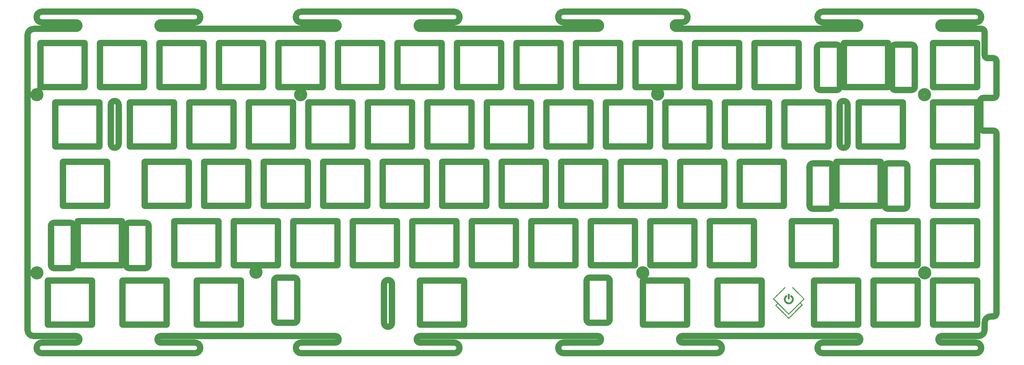
<source format=gbr>
%TF.GenerationSoftware,KiCad,Pcbnew,(5.1.10)-1*%
%TF.CreationDate,2021-06-23T23:02:47+07:00*%
%TF.ProjectId,Voice65 FR4 Plate,566f6963-6536-4352-9046-523420506c61,rev?*%
%TF.SameCoordinates,Original*%
%TF.FileFunction,Soldermask,Top*%
%TF.FilePolarity,Negative*%
%FSLAX46Y46*%
G04 Gerber Fmt 4.6, Leading zero omitted, Abs format (unit mm)*
G04 Created by KiCad (PCBNEW (5.1.10)-1) date 2021-06-23 23:02:47*
%MOMM*%
%LPD*%
G01*
G04 APERTURE LIST*
%ADD10C,2.000000*%
%ADD11C,0.010000*%
G04 APERTURE END LIST*
D10*
X-36680838Y-85433219D02*
X-50820838Y-85433219D01*
X-36680838Y-71293219D02*
X-36680838Y-85433219D01*
X-50820838Y-71293219D02*
X-36680838Y-71293219D01*
X-50820838Y-85433219D02*
X-50820838Y-71293219D01*
X-12868338Y-85433219D02*
X-27008338Y-85433219D01*
X-12868338Y-71293219D02*
X-12868338Y-85433219D01*
X-27008338Y-71293219D02*
X-12868338Y-71293219D01*
X-27008338Y-85433219D02*
X-27008338Y-71293219D01*
X10944161Y-85433219D02*
X-3195838Y-85433219D01*
X10944161Y-71293219D02*
X10944161Y-85433219D01*
X-3195838Y-71293219D02*
X10944161Y-71293219D01*
X-3195838Y-85433219D02*
X-3195838Y-71293219D01*
X82381661Y-85433219D02*
X68241661Y-85433219D01*
X82381661Y-71293219D02*
X82381661Y-85433219D01*
X68241661Y-71293219D02*
X82381661Y-71293219D01*
X68241661Y-85433219D02*
X68241661Y-71293219D01*
X153819161Y-85433219D02*
X139679161Y-85433219D01*
X153819161Y-71293219D02*
X153819161Y-85433219D01*
X139679161Y-71293219D02*
X153819161Y-71293219D01*
X139679161Y-85433219D02*
X139679161Y-71293219D01*
X163491661Y-85433219D02*
X163491661Y-71293219D01*
X177631661Y-85433219D02*
X163491661Y-85433219D01*
X177631661Y-71293219D02*
X177631661Y-85433219D01*
X163491661Y-71293219D02*
X177631661Y-71293219D01*
X194447911Y-71293219D02*
X208587911Y-71293219D01*
X194447911Y-85433219D02*
X194447911Y-71293219D01*
X208587911Y-85433219D02*
X194447911Y-85433219D01*
X208587911Y-71293219D02*
X208587911Y-85433219D01*
X213497911Y-85433219D02*
X213497911Y-71293219D01*
X227637911Y-85433219D02*
X213497911Y-85433219D01*
X227637911Y-71293219D02*
X227637911Y-85433219D01*
X213497911Y-71293219D02*
X227637911Y-71293219D01*
X232547911Y-85433219D02*
X232547911Y-71293219D01*
X246687911Y-85433219D02*
X232547911Y-85433219D01*
X246687911Y-71293219D02*
X246687911Y-85433219D01*
X232547911Y-71293219D02*
X246687911Y-71293219D01*
X213497911Y-52243219D02*
X227637911Y-52243219D01*
X213497911Y-66383219D02*
X213497911Y-52243219D01*
X227637911Y-66383219D02*
X213497911Y-66383219D01*
X227637911Y-52243219D02*
X227637911Y-66383219D01*
X232547911Y-66383219D02*
X232547911Y-52243219D01*
X246687911Y-66383219D02*
X232547911Y-66383219D01*
X246687911Y-52243219D02*
X246687911Y-66383219D01*
X232547911Y-52243219D02*
X246687911Y-52243219D01*
X142060411Y-66383219D02*
X142060411Y-52243219D01*
X156200411Y-66383219D02*
X142060411Y-66383219D01*
X156200411Y-52243219D02*
X156200411Y-66383219D01*
X142060411Y-52243219D02*
X156200411Y-52243219D01*
X161110411Y-66383219D02*
X161110411Y-52243219D01*
X175250411Y-66383219D02*
X161110411Y-66383219D01*
X175250411Y-52243219D02*
X175250411Y-66383219D01*
X161110411Y-52243219D02*
X175250411Y-52243219D01*
X65860411Y-66383219D02*
X65860411Y-52243219D01*
X80000411Y-66383219D02*
X65860411Y-66383219D01*
X80000411Y-52243219D02*
X80000411Y-66383219D01*
X65860411Y-52243219D02*
X80000411Y-52243219D01*
X84910411Y-66383219D02*
X84910411Y-52243219D01*
X99050411Y-66383219D02*
X84910411Y-66383219D01*
X99050411Y-52243219D02*
X99050411Y-66383219D01*
X84910411Y-52243219D02*
X99050411Y-52243219D01*
X103960411Y-66383219D02*
X103960411Y-52243219D01*
X118100411Y-66383219D02*
X103960411Y-66383219D01*
X118100411Y-52243219D02*
X118100411Y-66383219D01*
X103960411Y-52243219D02*
X118100411Y-52243219D01*
X123010411Y-66383219D02*
X123010411Y-52243219D01*
X137150411Y-66383219D02*
X123010411Y-66383219D01*
X137150411Y-52243219D02*
X137150411Y-66383219D01*
X123010411Y-52243219D02*
X137150411Y-52243219D01*
X46810411Y-52243219D02*
X60950411Y-52243219D01*
X46810411Y-66383219D02*
X46810411Y-52243219D01*
X60950411Y-66383219D02*
X46810411Y-66383219D01*
X60950411Y-52243219D02*
X60950411Y-66383219D01*
X27760411Y-66383219D02*
X27760411Y-52243219D01*
X41900411Y-66383219D02*
X27760411Y-66383219D01*
X41900411Y-52243219D02*
X41900411Y-66383219D01*
X27760411Y-52243219D02*
X41900411Y-52243219D01*
X22850411Y-66383219D02*
X8710411Y-66383219D01*
X22850411Y-52243219D02*
X22850411Y-66383219D01*
X8710411Y-52243219D02*
X22850411Y-52243219D01*
X8710411Y-66383219D02*
X8710411Y-52243219D01*
X187304161Y-66383219D02*
X187304161Y-52243219D01*
X201444161Y-66383219D02*
X187304161Y-66383219D01*
X201444161Y-52243219D02*
X201444161Y-66383219D01*
X187304161Y-52243219D02*
X201444161Y-52243219D01*
X3800411Y-52243219D02*
X3800411Y-66383219D01*
X-10339588Y-52243219D02*
X3800411Y-52243219D01*
X-10339588Y-66383219D02*
X-10339588Y-52243219D01*
X3800411Y-66383219D02*
X-10339588Y-66383219D01*
X-27155838Y-52243219D02*
X-27155838Y-66383219D01*
X-41295838Y-52243219D02*
X-27155838Y-52243219D01*
X-41295838Y-66383219D02*
X-41295838Y-52243219D01*
X-27155838Y-66383219D02*
X-41295838Y-66383219D01*
X215731661Y-33193219D02*
X215731661Y-47333219D01*
X201591661Y-33193219D02*
X215731661Y-33193219D01*
X201591661Y-47333219D02*
X201591661Y-33193219D01*
X215731661Y-47333219D02*
X201591661Y-47333219D01*
X232547911Y-47333219D02*
X232547911Y-33193219D01*
X246687911Y-47333219D02*
X232547911Y-47333219D01*
X246687911Y-33193219D02*
X246687911Y-47333219D01*
X232547911Y-33193219D02*
X246687911Y-33193219D01*
X146675411Y-33193219D02*
X146675411Y-47333219D01*
X132535411Y-33193219D02*
X146675411Y-33193219D01*
X132535411Y-47333219D02*
X132535411Y-33193219D01*
X146675411Y-47333219D02*
X132535411Y-47333219D01*
X165725411Y-33193219D02*
X165725411Y-47333219D01*
X151585411Y-33193219D02*
X165725411Y-33193219D01*
X151585411Y-47333219D02*
X151585411Y-33193219D01*
X165725411Y-47333219D02*
X151585411Y-47333219D01*
X184775411Y-33193219D02*
X184775411Y-47333219D01*
X170635411Y-33193219D02*
X184775411Y-33193219D01*
X170635411Y-47333219D02*
X170635411Y-33193219D01*
X184775411Y-47333219D02*
X170635411Y-47333219D01*
X70475411Y-33193219D02*
X70475411Y-47333219D01*
X56335411Y-33193219D02*
X70475411Y-33193219D01*
X56335411Y-47333219D02*
X56335411Y-33193219D01*
X70475411Y-47333219D02*
X56335411Y-47333219D01*
X89525411Y-33193219D02*
X89525411Y-47333219D01*
X75385411Y-33193219D02*
X89525411Y-33193219D01*
X75385411Y-47333219D02*
X75385411Y-33193219D01*
X89525411Y-47333219D02*
X75385411Y-47333219D01*
X108575411Y-33193219D02*
X108575411Y-47333219D01*
X94435411Y-33193219D02*
X108575411Y-33193219D01*
X94435411Y-47333219D02*
X94435411Y-33193219D01*
X108575411Y-47333219D02*
X94435411Y-47333219D01*
X127625411Y-33193219D02*
X127625411Y-47333219D01*
X113485411Y-33193219D02*
X127625411Y-33193219D01*
X113485411Y-47333219D02*
X113485411Y-33193219D01*
X127625411Y-47333219D02*
X113485411Y-47333219D01*
X37285411Y-47333219D02*
X37285411Y-33193219D01*
X51425411Y-47333219D02*
X37285411Y-47333219D01*
X51425411Y-33193219D02*
X51425411Y-47333219D01*
X37285411Y-33193219D02*
X51425411Y-33193219D01*
X18235411Y-47333219D02*
X18235411Y-33193219D01*
X32375411Y-47333219D02*
X18235411Y-47333219D01*
X32375411Y-33193219D02*
X32375411Y-47333219D01*
X18235411Y-33193219D02*
X32375411Y-33193219D01*
X13325411Y-33193219D02*
X13325411Y-47333219D01*
X-814588Y-33193219D02*
X13325411Y-33193219D01*
X-814588Y-47333219D02*
X-814588Y-33193219D01*
X13325411Y-47333219D02*
X-814588Y-47333219D01*
X-5724588Y-33193219D02*
X-5724588Y-47333219D01*
X-19864588Y-33193219D02*
X-5724588Y-33193219D01*
X-19864588Y-47333219D02*
X-19864588Y-33193219D01*
X-5724588Y-47333219D02*
X-19864588Y-47333219D01*
X-31918338Y-33193219D02*
X-31918338Y-47333219D01*
X-46058338Y-33193219D02*
X-31918338Y-33193219D01*
X-46058338Y-47333219D02*
X-46058338Y-33193219D01*
X-31918338Y-47333219D02*
X-46058338Y-47333219D01*
X232547911Y-28283219D02*
X232547911Y-14143219D01*
X246687911Y-28283219D02*
X232547911Y-28283219D01*
X246687911Y-14143219D02*
X246687911Y-28283219D01*
X232547911Y-14143219D02*
X246687911Y-14143219D01*
X208735411Y-28283219D02*
X208735411Y-14143219D01*
X222875411Y-28283219D02*
X208735411Y-28283219D01*
X222875411Y-14143219D02*
X222875411Y-28283219D01*
X208735411Y-14143219D02*
X222875411Y-14143219D01*
X184922911Y-28283219D02*
X184922911Y-14143219D01*
X199062911Y-28283219D02*
X184922911Y-28283219D01*
X199062911Y-14143219D02*
X199062911Y-28283219D01*
X184922911Y-14143219D02*
X199062911Y-14143219D01*
X165872911Y-28283219D02*
X165872911Y-14143219D01*
X180012911Y-28283219D02*
X165872911Y-28283219D01*
X180012911Y-14143219D02*
X180012911Y-28283219D01*
X165872911Y-14143219D02*
X180012911Y-14143219D01*
X146822911Y-28283219D02*
X146822911Y-14143219D01*
X160962911Y-28283219D02*
X146822911Y-28283219D01*
X160962911Y-14143219D02*
X160962911Y-28283219D01*
X146822911Y-14143219D02*
X160962911Y-14143219D01*
X127772911Y-28283219D02*
X127772911Y-14143219D01*
X141912911Y-28283219D02*
X127772911Y-28283219D01*
X141912911Y-14143219D02*
X141912911Y-28283219D01*
X127772911Y-14143219D02*
X141912911Y-14143219D01*
X108722911Y-28283219D02*
X108722911Y-14143219D01*
X122862911Y-28283219D02*
X108722911Y-28283219D01*
X122862911Y-14143219D02*
X122862911Y-28283219D01*
X108722911Y-14143219D02*
X122862911Y-14143219D01*
X89672911Y-28283219D02*
X89672911Y-14143219D01*
X103812911Y-28283219D02*
X89672911Y-28283219D01*
X103812911Y-14143219D02*
X103812911Y-28283219D01*
X89672911Y-14143219D02*
X103812911Y-14143219D01*
X70622911Y-28283219D02*
X70622911Y-14143219D01*
X84762911Y-28283219D02*
X70622911Y-28283219D01*
X84762911Y-14143219D02*
X84762911Y-28283219D01*
X70622911Y-14143219D02*
X84762911Y-14143219D01*
X51572911Y-28283219D02*
X51572911Y-14143219D01*
X65712911Y-28283219D02*
X51572911Y-28283219D01*
X65712911Y-14143219D02*
X65712911Y-28283219D01*
X51572911Y-14143219D02*
X65712911Y-14143219D01*
X32522911Y-28283219D02*
X32522911Y-14143219D01*
X46662911Y-28283219D02*
X32522911Y-28283219D01*
X46662911Y-14143219D02*
X46662911Y-28283219D01*
X32522911Y-14143219D02*
X46662911Y-14143219D01*
X13472911Y-28283219D02*
X13472911Y-14143219D01*
X27612911Y-28283219D02*
X13472911Y-28283219D01*
X27612911Y-14143219D02*
X27612911Y-28283219D01*
X13472911Y-14143219D02*
X27612911Y-14143219D01*
X-5577088Y-28283219D02*
X-5577088Y-14143219D01*
X8562911Y-28283219D02*
X-5577088Y-28283219D01*
X8562911Y-14143219D02*
X8562911Y-28283219D01*
X-5577088Y-14143219D02*
X8562911Y-14143219D01*
X-24627088Y-28283219D02*
X-24627088Y-14143219D01*
X-10487088Y-28283219D02*
X-24627088Y-28283219D01*
X-10487088Y-14143219D02*
X-10487088Y-28283219D01*
X-24627088Y-14143219D02*
X-10487088Y-14143219D01*
X-34299588Y-14143219D02*
X-34299588Y-28283219D01*
X-48439588Y-14143219D02*
X-34299588Y-14143219D01*
X-48439588Y-28283219D02*
X-48439588Y-14143219D01*
X-34299588Y-28283219D02*
X-48439588Y-28283219D01*
X246687911Y-9233219D02*
X232547911Y-9233219D01*
X246687911Y4906780D02*
X246687911Y-9233219D01*
X232547911Y4906780D02*
X246687911Y4906780D01*
X232547911Y-9233219D02*
X232547911Y4906780D01*
X189537911Y-9233219D02*
X175397911Y-9233219D01*
X189537911Y4906780D02*
X189537911Y-9233219D01*
X175397911Y4906780D02*
X189537911Y4906780D01*
X175397911Y-9233219D02*
X175397911Y4906780D01*
X218112911Y4906780D02*
X218112911Y-9233219D01*
X203972911Y4906780D02*
X218112911Y4906780D01*
X203972911Y-9233219D02*
X203972911Y4906780D01*
X218112911Y-9233219D02*
X203972911Y-9233219D01*
X156347911Y-9233219D02*
X156347911Y4906780D01*
X170487911Y-9233219D02*
X156347911Y-9233219D01*
X170487911Y4906780D02*
X170487911Y-9233219D01*
X156347911Y4906780D02*
X170487911Y4906780D01*
X137297911Y-9233219D02*
X137297911Y4906780D01*
X151437911Y-9233219D02*
X137297911Y-9233219D01*
X151437911Y4906780D02*
X151437911Y-9233219D01*
X137297911Y4906780D02*
X151437911Y4906780D01*
X118247911Y-9233219D02*
X118247911Y4906780D01*
X132387911Y-9233219D02*
X118247911Y-9233219D01*
X132387911Y4906780D02*
X132387911Y-9233219D01*
X118247911Y4906780D02*
X132387911Y4906780D01*
X99197911Y-9233219D02*
X99197911Y4906780D01*
X113337911Y-9233219D02*
X99197911Y-9233219D01*
X113337911Y4906780D02*
X113337911Y-9233219D01*
X99197911Y4906780D02*
X113337911Y4906780D01*
X80147911Y-9233219D02*
X80147911Y4906780D01*
X94287911Y-9233219D02*
X80147911Y-9233219D01*
X94287911Y4906780D02*
X94287911Y-9233219D01*
X80147911Y4906780D02*
X94287911Y4906780D01*
X61097911Y-9233219D02*
X61097911Y4906780D01*
X75237911Y-9233219D02*
X61097911Y-9233219D01*
X75237911Y4906780D02*
X75237911Y-9233219D01*
X61097911Y4906780D02*
X75237911Y4906780D01*
X42047911Y-9233219D02*
X42047911Y4906780D01*
X56187911Y-9233219D02*
X42047911Y-9233219D01*
X56187911Y4906780D02*
X56187911Y-9233219D01*
X42047911Y4906780D02*
X56187911Y4906780D01*
X22997911Y-9233219D02*
X22997911Y4906780D01*
X37137911Y-9233219D02*
X22997911Y-9233219D01*
X37137911Y4906780D02*
X37137911Y-9233219D01*
X22997911Y4906780D02*
X37137911Y4906780D01*
X3947911Y-9233219D02*
X3947911Y4906780D01*
X18087911Y-9233219D02*
X3947911Y-9233219D01*
X18087911Y4906780D02*
X18087911Y-9233219D01*
X3947911Y4906780D02*
X18087911Y4906780D01*
X-15102088Y-9233219D02*
X-15102088Y4906780D01*
X-962088Y-9233219D02*
X-15102088Y-9233219D01*
X-962088Y4906780D02*
X-962088Y-9233219D01*
X-15102088Y4906780D02*
X-962088Y4906780D01*
X-34152088Y-9233219D02*
X-34152088Y4906780D01*
X-20012088Y-9233219D02*
X-34152088Y-9233219D01*
X-20012088Y4906780D02*
X-20012088Y-9233219D01*
X-34152088Y4906780D02*
X-20012088Y4906780D01*
X-39062088Y-9233219D02*
X-53202088Y-9233219D01*
X-39062088Y4906780D02*
X-39062088Y-9233219D01*
X-53202088Y4906780D02*
X-39062088Y4906780D01*
X-53202088Y-9233219D02*
X-53202088Y4906780D01*
X114240911Y14916780D02*
X152240911Y14916780D01*
X152240911Y14916780D02*
G75*
G02*
X152240911Y11516910I0J-1699935D01*
G01*
X150240911Y9416910D02*
G75*
G02*
X150240911Y11516910I51250J1050000D01*
G01*
X152240911Y11516910D02*
X150240911Y11516910D01*
X208240911Y-89122339D02*
G75*
G02*
X208240911Y-91222339I-51250J-1050000D01*
G01*
X246242374Y-91222846D02*
G75*
G02*
X246242372Y-94622712I2537J-1699933D01*
G01*
X249054911Y-84823219D02*
G75*
G02*
X251054911Y-82823219I2000000J0D01*
G01*
X230955411Y-68853219D02*
G75*
G03*
X230955411Y-68853219I-1100000J0D01*
G01*
X249054911Y-87123219D02*
G75*
G02*
X247054911Y-89123219I-2000000J0D01*
G01*
X114243449Y-91222339D02*
X125240911Y-91222339D01*
X125240911Y11516910D02*
G75*
G02*
X125240911Y9416910I-51250J-1050000D01*
G01*
X114240911Y11516910D02*
G75*
G02*
X114240911Y14916780I0J1699935D01*
G01*
X152240911Y-91222339D02*
X163238372Y-91222339D01*
X114240911Y-94623219D02*
X163240911Y-94623219D01*
X145472911Y-11483219D02*
G75*
G03*
X145472911Y-11483219I-1100000J0D01*
G01*
X125240911Y11516910D02*
X114240911Y11516910D01*
X152240911Y-91222339D02*
G75*
G02*
X152240911Y-89122339I51250J1050000D01*
G01*
X163238374Y-91222846D02*
G75*
G02*
X163238372Y-94622712I2537J-1699933D01*
G01*
X125240911Y-89122339D02*
G75*
G02*
X125240911Y-91222339I-51250J-1050000D01*
G01*
X-52759088Y-94623219D02*
X-3759088Y-94623219D01*
X114243449Y-94622712D02*
G75*
G02*
X114243449Y-91222846I-2538J1699933D01*
G01*
X-52756550Y-91222339D02*
X-41759088Y-91222339D01*
X-53264588Y-68853219D02*
G75*
G03*
X-53264588Y-68853219I-1100000J0D01*
G01*
X-52756550Y-94622712D02*
G75*
G02*
X-52756550Y-91222846I-2538J1699933D01*
G01*
X-14759088Y-89122339D02*
X41240911Y-89122339D01*
X-57369088Y7416910D02*
X-57369088Y-87122339D01*
X-55369088Y-89122339D02*
G75*
G02*
X-57369088Y-87122339I0J2000000D01*
G01*
X-55369088Y-89122339D02*
X-41759088Y-89122339D01*
X-43575838Y-52813219D02*
G75*
G02*
X-42575838Y-53813219I0J-1000000D01*
G01*
X-48875838Y-52813219D02*
X-43575838Y-52813219D01*
X-49875838Y-53813219D02*
G75*
G02*
X-48875838Y-52813219I1000000J0D01*
G01*
X-49875838Y-66313219D02*
X-49875838Y-53813219D01*
X-48875838Y-67313219D02*
G75*
G02*
X-49875838Y-66313219I0J1000000D01*
G01*
X-43575838Y-67313219D02*
X-48875838Y-67313219D01*
X-42575838Y-66313219D02*
G75*
G02*
X-43575838Y-67313219I-1000000J0D01*
G01*
X-42575838Y-53813219D02*
X-42575838Y-66313219D01*
X-24875838Y-67313219D02*
G75*
G02*
X-25875838Y-66313219I0J1000000D01*
G01*
X-19575838Y-67313219D02*
X-24875838Y-67313219D01*
X-18575838Y-66313219D02*
G75*
G02*
X-19575838Y-67313219I-1000000J0D01*
G01*
X-18575838Y-53813219D02*
X-18575838Y-66313219D01*
X-19575838Y-52813219D02*
G75*
G02*
X-18575838Y-53813219I0J-1000000D01*
G01*
X-24875838Y-52813219D02*
X-19575838Y-52813219D01*
X-25875838Y-53813219D02*
G75*
G02*
X-24875838Y-52813219I1000000J0D01*
G01*
X-25875838Y-66313219D02*
X-25875838Y-53813219D01*
X140705411Y-68833219D02*
G75*
G03*
X140705411Y-68833219I-1100000J0D01*
G01*
X-41759088Y-89122339D02*
G75*
G02*
X-41759088Y-91222339I-51250J-1050000D01*
G01*
X41240911Y9416910D02*
X-14759088Y9416910D01*
X129011661Y-71363219D02*
X129011661Y-83863219D01*
X128011661Y-70363219D02*
G75*
G02*
X129011661Y-71363219I0J-1000000D01*
G01*
X122611661Y-70363219D02*
X128011661Y-70363219D01*
X121611661Y-71363219D02*
G75*
G02*
X122611661Y-70363219I1000000J0D01*
G01*
X121611661Y-83863219D02*
X121611661Y-71363219D01*
X122611661Y-84863219D02*
G75*
G02*
X121611661Y-83863219I0J1000000D01*
G01*
X128011661Y-84863219D02*
X122611661Y-84863219D01*
X129011661Y-83863219D02*
G75*
G02*
X128011661Y-84863219I-1000000J0D01*
G01*
X30240911Y11516910D02*
G75*
G02*
X30240911Y14916780I0J1699935D01*
G01*
X30240911Y-94623219D02*
X79240911Y-94623219D01*
X68240911Y-91222339D02*
X79240380Y-91222339D01*
X79240381Y-91222844D02*
G75*
G02*
X79239375Y-94622713I530J-1699935D01*
G01*
X30243449Y-91222339D02*
X41240911Y-91222339D01*
X68240911Y-91222339D02*
G75*
G02*
X68240911Y-89122339I51250J1050000D01*
G01*
X68240911Y-89122339D02*
X125240911Y-89122339D01*
X31172911Y-11683219D02*
G75*
G03*
X31172911Y-11683219I-1100000J0D01*
G01*
X41240911Y11516910D02*
G75*
G02*
X41240911Y9416910I-51250J-1050000D01*
G01*
X59323911Y-72413254D02*
X59323911Y-84863254D01*
X56773911Y-72413254D02*
G75*
G02*
X59323911Y-72413254I1275000J0D01*
G01*
X56773911Y-84863254D02*
X56773911Y-72413254D01*
X59323911Y-84863254D02*
G75*
G02*
X56773911Y-84863254I-1275000J0D01*
G01*
X30243449Y-94622712D02*
G75*
G02*
X30243449Y-91222846I-2538J1699933D01*
G01*
X41240911Y-89122339D02*
G75*
G02*
X41240911Y-91222339I-51250J-1050000D01*
G01*
X125240911Y9416910D02*
X68240911Y9416910D01*
X-3759088Y11516910D02*
X-14759088Y11516910D01*
X-14759088Y9416910D02*
G75*
G02*
X-14759088Y11516910I51250J1050000D01*
G01*
X-3759088Y14916780D02*
G75*
G02*
X-3759088Y11516910I0J-1699935D01*
G01*
X30240911Y14916780D02*
X79240911Y14916780D01*
X41240911Y11516910D02*
X30240911Y11516910D01*
X79240911Y14916780D02*
G75*
G02*
X79240911Y11516910I0J-1699935D01*
G01*
X68240911Y9416910D02*
G75*
G02*
X68240911Y11516910I51250J1050000D01*
G01*
X79240911Y11516910D02*
X68240911Y11516910D01*
X-3761625Y-91222846D02*
G75*
G02*
X-3761627Y-94622712I2537J-1699933D01*
G01*
X-14759088Y-91222339D02*
X-3761627Y-91222339D01*
X16875411Y-68633219D02*
G75*
G03*
X16875411Y-68633219I-1100000J0D01*
G01*
X-52759088Y14916780D02*
X-3759088Y14916780D01*
X-41759088Y9416910D02*
X-55369088Y9416910D01*
X29011661Y-83863219D02*
G75*
G02*
X28011661Y-84863219I-1000000J0D01*
G01*
X29011661Y-71363219D02*
X29011661Y-83863219D01*
X28011661Y-70363219D02*
G75*
G02*
X29011661Y-71363219I0J-1000000D01*
G01*
X22611661Y-70363219D02*
X28011661Y-70363219D01*
X21611661Y-71363219D02*
G75*
G02*
X22611661Y-70363219I1000000J0D01*
G01*
X21611661Y-83863219D02*
X21611661Y-71363219D01*
X22611661Y-84863219D02*
G75*
G02*
X21611661Y-83863219I0J1000000D01*
G01*
X28011661Y-84863219D02*
X22611661Y-84863219D01*
X-14759088Y-91222339D02*
G75*
G02*
X-14759088Y-89122339I51250J1050000D01*
G01*
X-41759088Y11516910D02*
X-52759088Y11516910D01*
X-53267088Y-11683219D02*
G75*
G03*
X-53267088Y-11683219I-1100000J0D01*
G01*
X-41759088Y11516910D02*
G75*
G02*
X-41759088Y9416910I-51250J-1050000D01*
G01*
X-57369088Y7416910D02*
G75*
G02*
X-55369088Y9416910I2000000J0D01*
G01*
X-52759088Y11516910D02*
G75*
G02*
X-52759088Y14916780I0J1699935D01*
G01*
X-30739588Y-14993219D02*
G75*
G02*
X-28189588Y-14993219I1275000J0D01*
G01*
X-30739588Y-27443219D02*
X-30739588Y-14993219D01*
X-28189588Y-27443219D02*
G75*
G02*
X-30739588Y-27443219I-1275000J0D01*
G01*
X-28189588Y-14993219D02*
X-28189588Y-27443219D01*
X252854911Y-11713219D02*
X252854911Y-983219D01*
X235244911Y9416910D02*
G75*
G02*
X235244911Y11516910I51250J1050000D01*
G01*
X252854911Y-11713219D02*
G75*
G02*
X251854911Y-12713219I-1000000J0D01*
G01*
X247654911Y-13713219D02*
X247654911Y-22213219D01*
X251854911Y16780D02*
X250054911Y16780D01*
X251854911Y16781D02*
G75*
G02*
X252854911Y-983219I0J-1000000D01*
G01*
X248654911Y-23213219D02*
G75*
G02*
X247654911Y-22213219I0J1000000D01*
G01*
X248054911Y9416910D02*
G75*
G02*
X249054911Y8416910I0J-1000000D01*
G01*
X251854911Y-12713219D02*
X248654911Y-12713219D01*
X246244911Y11516910D02*
X235244911Y11516910D01*
X247654911Y-13713219D02*
G75*
G02*
X248654911Y-12713219I1000000J0D01*
G01*
X193011661Y-34763219D02*
G75*
G02*
X194011661Y-33763219I1000000J0D01*
G01*
X193011661Y-47263219D02*
X193011661Y-34763219D01*
X194011661Y-48263219D02*
G75*
G02*
X193011661Y-47263219I0J1000000D01*
G01*
X199311661Y-48263219D02*
X194011661Y-48263219D01*
X200311661Y-47263219D02*
G75*
G02*
X199311661Y-48263219I-1000000J0D01*
G01*
X200311661Y-34763219D02*
X200311661Y-47263219D01*
X199311661Y-33763219D02*
G75*
G02*
X200311661Y-34763219I0J-1000000D01*
G01*
X194011661Y-33763219D02*
X199311661Y-33763219D01*
X230902911Y-11683219D02*
G75*
G03*
X230902911Y-11683219I-1100000J0D01*
G01*
X250054911Y16780D02*
G75*
G02*
X249054911Y1016780I0J1000000D01*
G01*
X251854911Y-23213219D02*
G75*
G02*
X252854911Y-24213219I0J-1000000D01*
G01*
X208240911Y11516910D02*
X197240911Y11516910D01*
X246244911Y14916780D02*
G75*
G02*
X246244911Y11516910I0J-1699935D01*
G01*
X217011661Y-34763219D02*
G75*
G02*
X218011661Y-33763219I1000000J0D01*
G01*
X217011661Y-47263219D02*
X217011661Y-34763219D01*
X218011661Y-48263219D02*
G75*
G02*
X217011661Y-47263219I0J1000000D01*
G01*
X223311661Y-48263219D02*
X218011661Y-48263219D01*
X224311661Y-47263219D02*
G75*
G02*
X223311661Y-48263219I-1000000J0D01*
G01*
X224311661Y-34763219D02*
X224311661Y-47263219D01*
X223311661Y-33763219D02*
G75*
G02*
X224311661Y-34763219I0J-1000000D01*
G01*
X218011661Y-33763219D02*
X223311661Y-33763219D01*
X197243449Y-94622712D02*
G75*
G02*
X197243449Y-91222846I-2538J1699933D01*
G01*
X208240911Y11516910D02*
G75*
G02*
X208240911Y9416910I-51250J-1050000D01*
G01*
X251054911Y-82823219D02*
X251854911Y-82823219D01*
X235244911Y-91222339D02*
G75*
G02*
X235244911Y-89122339I51250J1050000D01*
G01*
X197240911Y11516910D02*
G75*
G02*
X197240911Y14916780I0J1699935D01*
G01*
X202624161Y-27443219D02*
X202624161Y-14993219D01*
X205174161Y-27443219D02*
G75*
G02*
X202624161Y-27443219I-1275000J0D01*
G01*
X205174161Y-14993219D02*
X205174161Y-27443219D01*
X202624161Y-14993219D02*
G75*
G02*
X205174161Y-14993219I1275000J0D01*
G01*
X197240911Y-94623219D02*
X246244911Y-94623219D01*
X249054911Y-87123219D02*
X249054911Y-84823219D01*
X252854911Y-81823219D02*
G75*
G02*
X251854911Y-82823219I-1000000J0D01*
G01*
X201692911Y4336780D02*
G75*
G02*
X202692911Y3336780I0J-1000000D01*
G01*
X196392911Y4336780D02*
X201692911Y4336780D01*
X195392911Y3336780D02*
G75*
G02*
X196392911Y4336780I1000000J0D01*
G01*
X195392911Y-9163219D02*
X195392911Y3336780D01*
X196392911Y-10163219D02*
G75*
G02*
X195392911Y-9163219I0J1000000D01*
G01*
X201692911Y-10163219D02*
X196392911Y-10163219D01*
X202692911Y-9163219D02*
G75*
G02*
X201692911Y-10163219I-1000000J0D01*
G01*
X202692911Y3336780D02*
X202692911Y-9163219D01*
X235244911Y-91222339D02*
X246242372Y-91222339D01*
X197243449Y-91222339D02*
X208240911Y-91222339D01*
X235244911Y-89122339D02*
X247054911Y-89123219D01*
X208240911Y9416910D02*
X150240911Y9416910D01*
X152240911Y-89122339D02*
X208240911Y-89122339D01*
X251854911Y-23213219D02*
X248654911Y-23213219D01*
X197240911Y14916780D02*
X246244911Y14916780D01*
X249054911Y8416910D02*
X249054911Y1016780D01*
X252854911Y-81823219D02*
X252854911Y-24213219D01*
X248054911Y9416910D02*
X235244911Y9416910D01*
X226692911Y-9163219D02*
G75*
G02*
X225692911Y-10163219I-1000000J0D01*
G01*
X226692911Y3336780D02*
X226692911Y-9163219D01*
X225692911Y4336780D02*
G75*
G02*
X226692911Y3336780I0J-1000000D01*
G01*
X220392911Y4336780D02*
X225692911Y4336780D01*
X219392911Y3336780D02*
G75*
G02*
X220392911Y4336780I1000000J0D01*
G01*
X219392911Y-9163219D02*
X219392911Y3336780D01*
X220392911Y-10163219D02*
G75*
G02*
X219392911Y-9163219I0J1000000D01*
G01*
X225692911Y-10163219D02*
X220392911Y-10163219D01*
D11*
%TO.C,G\u002A\u002A\u002A*%
G36*
X186357713Y-75525044D02*
G01*
X186399620Y-75536503D01*
X186410880Y-75541063D01*
X186454014Y-75565683D01*
X186492513Y-75598566D01*
X186524400Y-75637539D01*
X186547699Y-75680427D01*
X186554377Y-75698855D01*
X186556108Y-75704691D01*
X186557656Y-75710799D01*
X186559030Y-75717818D01*
X186560241Y-75726386D01*
X186561299Y-75737143D01*
X186562213Y-75750727D01*
X186562995Y-75767778D01*
X186563654Y-75788934D01*
X186564201Y-75814835D01*
X186564645Y-75846120D01*
X186564996Y-75883427D01*
X186565265Y-75927395D01*
X186565463Y-75978664D01*
X186565598Y-76037873D01*
X186565682Y-76105660D01*
X186565723Y-76182664D01*
X186565734Y-76269526D01*
X186565723Y-76366882D01*
X186565714Y-76413220D01*
X186565643Y-76521969D01*
X186565479Y-76622665D01*
X186565224Y-76714980D01*
X186564881Y-76798591D01*
X186564453Y-76873172D01*
X186563943Y-76938399D01*
X186563352Y-76993946D01*
X186562684Y-77039490D01*
X186561942Y-77074704D01*
X186561127Y-77099265D01*
X186560244Y-77112846D01*
X186559924Y-77114922D01*
X186546252Y-77155703D01*
X186524071Y-77193966D01*
X186495967Y-77227995D01*
X186464740Y-77258059D01*
X186434268Y-77279720D01*
X186401129Y-77295202D01*
X186383593Y-77300996D01*
X186350788Y-77307462D01*
X186313008Y-77309847D01*
X186274894Y-77308201D01*
X186241092Y-77302570D01*
X186230312Y-77299386D01*
X186183160Y-77277253D01*
X186141526Y-77246075D01*
X186106686Y-77207401D01*
X186079921Y-77162783D01*
X186062510Y-77113772D01*
X186058028Y-77090427D01*
X186057139Y-77078332D01*
X186056325Y-77055744D01*
X186055586Y-77023577D01*
X186054922Y-76982746D01*
X186054333Y-76934165D01*
X186053819Y-76878748D01*
X186053379Y-76817410D01*
X186053014Y-76751065D01*
X186052723Y-76680628D01*
X186052507Y-76607012D01*
X186052365Y-76531132D01*
X186052298Y-76453902D01*
X186052305Y-76376237D01*
X186052386Y-76299052D01*
X186052541Y-76223259D01*
X186052770Y-76149775D01*
X186053074Y-76079512D01*
X186053451Y-76013386D01*
X186053903Y-75952311D01*
X186054428Y-75897201D01*
X186055027Y-75848970D01*
X186055700Y-75808533D01*
X186056446Y-75776804D01*
X186057266Y-75754698D01*
X186058123Y-75743371D01*
X186071068Y-75691896D01*
X186093781Y-75644931D01*
X186125111Y-75603654D01*
X186163905Y-75569247D01*
X186209011Y-75542889D01*
X186259279Y-75525760D01*
X186273257Y-75522928D01*
X186313926Y-75520300D01*
X186357713Y-75525044D01*
G37*
X186357713Y-75525044D02*
X186399620Y-75536503D01*
X186410880Y-75541063D01*
X186454014Y-75565683D01*
X186492513Y-75598566D01*
X186524400Y-75637539D01*
X186547699Y-75680427D01*
X186554377Y-75698855D01*
X186556108Y-75704691D01*
X186557656Y-75710799D01*
X186559030Y-75717818D01*
X186560241Y-75726386D01*
X186561299Y-75737143D01*
X186562213Y-75750727D01*
X186562995Y-75767778D01*
X186563654Y-75788934D01*
X186564201Y-75814835D01*
X186564645Y-75846120D01*
X186564996Y-75883427D01*
X186565265Y-75927395D01*
X186565463Y-75978664D01*
X186565598Y-76037873D01*
X186565682Y-76105660D01*
X186565723Y-76182664D01*
X186565734Y-76269526D01*
X186565723Y-76366882D01*
X186565714Y-76413220D01*
X186565643Y-76521969D01*
X186565479Y-76622665D01*
X186565224Y-76714980D01*
X186564881Y-76798591D01*
X186564453Y-76873172D01*
X186563943Y-76938399D01*
X186563352Y-76993946D01*
X186562684Y-77039490D01*
X186561942Y-77074704D01*
X186561127Y-77099265D01*
X186560244Y-77112846D01*
X186559924Y-77114922D01*
X186546252Y-77155703D01*
X186524071Y-77193966D01*
X186495967Y-77227995D01*
X186464740Y-77258059D01*
X186434268Y-77279720D01*
X186401129Y-77295202D01*
X186383593Y-77300996D01*
X186350788Y-77307462D01*
X186313008Y-77309847D01*
X186274894Y-77308201D01*
X186241092Y-77302570D01*
X186230312Y-77299386D01*
X186183160Y-77277253D01*
X186141526Y-77246075D01*
X186106686Y-77207401D01*
X186079921Y-77162783D01*
X186062510Y-77113772D01*
X186058028Y-77090427D01*
X186057139Y-77078332D01*
X186056325Y-77055744D01*
X186055586Y-77023577D01*
X186054922Y-76982746D01*
X186054333Y-76934165D01*
X186053819Y-76878748D01*
X186053379Y-76817410D01*
X186053014Y-76751065D01*
X186052723Y-76680628D01*
X186052507Y-76607012D01*
X186052365Y-76531132D01*
X186052298Y-76453902D01*
X186052305Y-76376237D01*
X186052386Y-76299052D01*
X186052541Y-76223259D01*
X186052770Y-76149775D01*
X186053074Y-76079512D01*
X186053451Y-76013386D01*
X186053903Y-75952311D01*
X186054428Y-75897201D01*
X186055027Y-75848970D01*
X186055700Y-75808533D01*
X186056446Y-75776804D01*
X186057266Y-75754698D01*
X186058123Y-75743371D01*
X186071068Y-75691896D01*
X186093781Y-75644931D01*
X186125111Y-75603654D01*
X186163905Y-75569247D01*
X186209011Y-75542889D01*
X186259279Y-75525760D01*
X186273257Y-75522928D01*
X186313926Y-75520300D01*
X186357713Y-75525044D01*
G36*
X187138658Y-76041102D02*
G01*
X187186834Y-76058344D01*
X187211924Y-76072614D01*
X187243037Y-76094184D01*
X187278634Y-76121801D01*
X187317176Y-76154212D01*
X187357124Y-76190166D01*
X187396941Y-76228407D01*
X187402329Y-76233785D01*
X187472265Y-76307794D01*
X187533599Y-76381487D01*
X187588435Y-76457789D01*
X187638873Y-76539627D01*
X187687015Y-76629927D01*
X187687432Y-76630762D01*
X187740540Y-76749882D01*
X187783010Y-76872606D01*
X187814767Y-76998213D01*
X187835735Y-77125979D01*
X187845840Y-77255182D01*
X187845006Y-77385098D01*
X187833158Y-77515006D01*
X187810222Y-77644182D01*
X187797932Y-77695461D01*
X187766633Y-77798821D01*
X187725972Y-77903928D01*
X187677194Y-78008304D01*
X187621543Y-78109474D01*
X187560263Y-78204959D01*
X187504107Y-78280517D01*
X187477196Y-78312317D01*
X187443836Y-78348794D01*
X187406487Y-78387490D01*
X187367610Y-78425944D01*
X187329665Y-78461696D01*
X187295111Y-78492285D01*
X187279337Y-78505306D01*
X187186567Y-78573486D01*
X187086647Y-78635970D01*
X186981616Y-78691787D01*
X186873513Y-78739967D01*
X186764376Y-78779541D01*
X186656244Y-78809538D01*
X186625786Y-78816221D01*
X186548015Y-78829845D01*
X186465390Y-78840007D01*
X186381449Y-78846460D01*
X186299725Y-78848961D01*
X186223756Y-78847264D01*
X186200077Y-78845704D01*
X186079796Y-78831638D01*
X185962326Y-78808281D01*
X185848005Y-78776175D01*
X185723387Y-78730511D01*
X185604661Y-78675302D01*
X185492205Y-78610998D01*
X185386397Y-78538049D01*
X185287617Y-78456908D01*
X185196243Y-78368025D01*
X185112654Y-78271849D01*
X185037227Y-78168833D01*
X184970343Y-78059427D01*
X184912378Y-77944082D01*
X184863712Y-77823248D01*
X184824724Y-77697376D01*
X184795791Y-77566917D01*
X184787010Y-77512809D01*
X184782415Y-77471378D01*
X184779166Y-77421465D01*
X184777264Y-77365926D01*
X184776710Y-77307615D01*
X184777505Y-77249388D01*
X184779648Y-77194099D01*
X184783142Y-77144604D01*
X184786916Y-77111046D01*
X184810825Y-76979329D01*
X184845355Y-76851189D01*
X184890273Y-76727183D01*
X184945344Y-76607870D01*
X185010336Y-76493807D01*
X185085013Y-76385551D01*
X185098175Y-76368382D01*
X185129756Y-76329955D01*
X185166010Y-76289511D01*
X185205486Y-76248386D01*
X185246735Y-76207915D01*
X185288306Y-76169434D01*
X185328749Y-76134279D01*
X185366615Y-76103785D01*
X185400454Y-76079288D01*
X185428815Y-76062123D01*
X185432842Y-76060101D01*
X185482492Y-76042136D01*
X185533994Y-76034753D01*
X185585604Y-76037777D01*
X185635580Y-76051035D01*
X185682180Y-76074356D01*
X185699652Y-76086591D01*
X185724181Y-76109757D01*
X185748280Y-76140093D01*
X185769159Y-76173604D01*
X185784026Y-76206291D01*
X185784809Y-76208562D01*
X185795096Y-76256032D01*
X185795942Y-76306390D01*
X185787741Y-76356730D01*
X185770884Y-76404141D01*
X185754400Y-76433646D01*
X185741387Y-76449946D01*
X185722478Y-76469567D01*
X185701020Y-76489123D01*
X185692904Y-76495826D01*
X185660415Y-76523438D01*
X185624450Y-76556766D01*
X185587190Y-76593555D01*
X185550812Y-76631549D01*
X185517494Y-76668492D01*
X185489415Y-76702130D01*
X185474208Y-76722270D01*
X185426067Y-76797913D01*
X185383213Y-76881109D01*
X185347001Y-76968693D01*
X185318785Y-77057503D01*
X185304464Y-77118967D01*
X185296768Y-77168961D01*
X185291395Y-77226241D01*
X185288494Y-77286888D01*
X185288216Y-77346981D01*
X185290711Y-77402601D01*
X185292763Y-77424987D01*
X185309926Y-77529767D01*
X185337948Y-77631734D01*
X185376466Y-77730156D01*
X185425114Y-77824298D01*
X185483528Y-77913425D01*
X185551343Y-77996805D01*
X185603975Y-78051130D01*
X185682150Y-78118579D01*
X185767940Y-78178397D01*
X185859846Y-78229827D01*
X185956368Y-78272110D01*
X186056006Y-78304487D01*
X186143471Y-78323906D01*
X186177868Y-78328426D01*
X186220225Y-78331727D01*
X186267551Y-78333780D01*
X186316852Y-78334554D01*
X186365136Y-78334020D01*
X186409411Y-78332149D01*
X186446684Y-78328912D01*
X186460258Y-78327020D01*
X186567108Y-78304107D01*
X186669774Y-78271010D01*
X186767598Y-78228163D01*
X186859922Y-78176003D01*
X186946087Y-78114965D01*
X187025435Y-78045483D01*
X187097308Y-77967994D01*
X187161046Y-77882932D01*
X187182469Y-77849573D01*
X187202172Y-77815138D01*
X187223469Y-77773923D01*
X187244549Y-77729762D01*
X187263599Y-77686490D01*
X187278809Y-77647943D01*
X187282086Y-77638658D01*
X187310528Y-77537899D01*
X187328160Y-77434865D01*
X187335090Y-77330611D01*
X187331424Y-77226197D01*
X187317271Y-77122678D01*
X187292739Y-77021114D01*
X187257934Y-76922560D01*
X187212966Y-76828076D01*
X187196566Y-76799075D01*
X187150674Y-76727215D01*
X187100924Y-76661841D01*
X187045129Y-76600409D01*
X186981101Y-76540374D01*
X186955058Y-76518148D01*
X186930092Y-76496603D01*
X186906637Y-76475070D01*
X186886963Y-76455722D01*
X186873341Y-76440731D01*
X186871012Y-76437735D01*
X186848316Y-76398182D01*
X186832794Y-76352808D01*
X186825104Y-76304975D01*
X186825905Y-76258048D01*
X186830670Y-76231984D01*
X186848961Y-76181376D01*
X186875530Y-76137190D01*
X186909123Y-76100035D01*
X186948490Y-76070523D01*
X186992379Y-76049264D01*
X187039538Y-76036867D01*
X187088715Y-76033943D01*
X187138658Y-76041102D01*
G37*
X187138658Y-76041102D02*
X187186834Y-76058344D01*
X187211924Y-76072614D01*
X187243037Y-76094184D01*
X187278634Y-76121801D01*
X187317176Y-76154212D01*
X187357124Y-76190166D01*
X187396941Y-76228407D01*
X187402329Y-76233785D01*
X187472265Y-76307794D01*
X187533599Y-76381487D01*
X187588435Y-76457789D01*
X187638873Y-76539627D01*
X187687015Y-76629927D01*
X187687432Y-76630762D01*
X187740540Y-76749882D01*
X187783010Y-76872606D01*
X187814767Y-76998213D01*
X187835735Y-77125979D01*
X187845840Y-77255182D01*
X187845006Y-77385098D01*
X187833158Y-77515006D01*
X187810222Y-77644182D01*
X187797932Y-77695461D01*
X187766633Y-77798821D01*
X187725972Y-77903928D01*
X187677194Y-78008304D01*
X187621543Y-78109474D01*
X187560263Y-78204959D01*
X187504107Y-78280517D01*
X187477196Y-78312317D01*
X187443836Y-78348794D01*
X187406487Y-78387490D01*
X187367610Y-78425944D01*
X187329665Y-78461696D01*
X187295111Y-78492285D01*
X187279337Y-78505306D01*
X187186567Y-78573486D01*
X187086647Y-78635970D01*
X186981616Y-78691787D01*
X186873513Y-78739967D01*
X186764376Y-78779541D01*
X186656244Y-78809538D01*
X186625786Y-78816221D01*
X186548015Y-78829845D01*
X186465390Y-78840007D01*
X186381449Y-78846460D01*
X186299725Y-78848961D01*
X186223756Y-78847264D01*
X186200077Y-78845704D01*
X186079796Y-78831638D01*
X185962326Y-78808281D01*
X185848005Y-78776175D01*
X185723387Y-78730511D01*
X185604661Y-78675302D01*
X185492205Y-78610998D01*
X185386397Y-78538049D01*
X185287617Y-78456908D01*
X185196243Y-78368025D01*
X185112654Y-78271849D01*
X185037227Y-78168833D01*
X184970343Y-78059427D01*
X184912378Y-77944082D01*
X184863712Y-77823248D01*
X184824724Y-77697376D01*
X184795791Y-77566917D01*
X184787010Y-77512809D01*
X184782415Y-77471378D01*
X184779166Y-77421465D01*
X184777264Y-77365926D01*
X184776710Y-77307615D01*
X184777505Y-77249388D01*
X184779648Y-77194099D01*
X184783142Y-77144604D01*
X184786916Y-77111046D01*
X184810825Y-76979329D01*
X184845355Y-76851189D01*
X184890273Y-76727183D01*
X184945344Y-76607870D01*
X185010336Y-76493807D01*
X185085013Y-76385551D01*
X185098175Y-76368382D01*
X185129756Y-76329955D01*
X185166010Y-76289511D01*
X185205486Y-76248386D01*
X185246735Y-76207915D01*
X185288306Y-76169434D01*
X185328749Y-76134279D01*
X185366615Y-76103785D01*
X185400454Y-76079288D01*
X185428815Y-76062123D01*
X185432842Y-76060101D01*
X185482492Y-76042136D01*
X185533994Y-76034753D01*
X185585604Y-76037777D01*
X185635580Y-76051035D01*
X185682180Y-76074356D01*
X185699652Y-76086591D01*
X185724181Y-76109757D01*
X185748280Y-76140093D01*
X185769159Y-76173604D01*
X185784026Y-76206291D01*
X185784809Y-76208562D01*
X185795096Y-76256032D01*
X185795942Y-76306390D01*
X185787741Y-76356730D01*
X185770884Y-76404141D01*
X185754400Y-76433646D01*
X185741387Y-76449946D01*
X185722478Y-76469567D01*
X185701020Y-76489123D01*
X185692904Y-76495826D01*
X185660415Y-76523438D01*
X185624450Y-76556766D01*
X185587190Y-76593555D01*
X185550812Y-76631549D01*
X185517494Y-76668492D01*
X185489415Y-76702130D01*
X185474208Y-76722270D01*
X185426067Y-76797913D01*
X185383213Y-76881109D01*
X185347001Y-76968693D01*
X185318785Y-77057503D01*
X185304464Y-77118967D01*
X185296768Y-77168961D01*
X185291395Y-77226241D01*
X185288494Y-77286888D01*
X185288216Y-77346981D01*
X185290711Y-77402601D01*
X185292763Y-77424987D01*
X185309926Y-77529767D01*
X185337948Y-77631734D01*
X185376466Y-77730156D01*
X185425114Y-77824298D01*
X185483528Y-77913425D01*
X185551343Y-77996805D01*
X185603975Y-78051130D01*
X185682150Y-78118579D01*
X185767940Y-78178397D01*
X185859846Y-78229827D01*
X185956368Y-78272110D01*
X186056006Y-78304487D01*
X186143471Y-78323906D01*
X186177868Y-78328426D01*
X186220225Y-78331727D01*
X186267551Y-78333780D01*
X186316852Y-78334554D01*
X186365136Y-78334020D01*
X186409411Y-78332149D01*
X186446684Y-78328912D01*
X186460258Y-78327020D01*
X186567108Y-78304107D01*
X186669774Y-78271010D01*
X186767598Y-78228163D01*
X186859922Y-78176003D01*
X186946087Y-78114965D01*
X187025435Y-78045483D01*
X187097308Y-77967994D01*
X187161046Y-77882932D01*
X187182469Y-77849573D01*
X187202172Y-77815138D01*
X187223469Y-77773923D01*
X187244549Y-77729762D01*
X187263599Y-77686490D01*
X187278809Y-77647943D01*
X187282086Y-77638658D01*
X187310528Y-77537899D01*
X187328160Y-77434865D01*
X187335090Y-77330611D01*
X187331424Y-77226197D01*
X187317271Y-77122678D01*
X187292739Y-77021114D01*
X187257934Y-76922560D01*
X187212966Y-76828076D01*
X187196566Y-76799075D01*
X187150674Y-76727215D01*
X187100924Y-76661841D01*
X187045129Y-76600409D01*
X186981101Y-76540374D01*
X186955058Y-76518148D01*
X186930092Y-76496603D01*
X186906637Y-76475070D01*
X186886963Y-76455722D01*
X186873341Y-76440731D01*
X186871012Y-76437735D01*
X186848316Y-76398182D01*
X186832794Y-76352808D01*
X186825104Y-76304975D01*
X186825905Y-76258048D01*
X186830670Y-76231984D01*
X186848961Y-76181376D01*
X186875530Y-76137190D01*
X186909123Y-76100035D01*
X186948490Y-76070523D01*
X186992379Y-76049264D01*
X187039538Y-76036867D01*
X187088715Y-76033943D01*
X187138658Y-76041102D01*
G36*
X185071730Y-73453902D02*
G01*
X185104323Y-73465028D01*
X185132391Y-73484784D01*
X185146319Y-73500930D01*
X185159591Y-73528270D01*
X185166183Y-73560643D01*
X185165426Y-73593380D01*
X185161830Y-73609235D01*
X185160163Y-73612153D01*
X185156211Y-73617289D01*
X185149770Y-73624849D01*
X185140637Y-73635038D01*
X185128607Y-73648062D01*
X185113477Y-73664127D01*
X185095043Y-73683438D01*
X185073101Y-73706202D01*
X185047447Y-73732624D01*
X185017877Y-73762909D01*
X184984187Y-73797264D01*
X184946173Y-73835895D01*
X184903631Y-73879006D01*
X184856357Y-73926805D01*
X184804148Y-73979495D01*
X184746799Y-74037284D01*
X184684107Y-74100377D01*
X184615867Y-74168980D01*
X184541876Y-74243298D01*
X184461930Y-74323538D01*
X184375824Y-74409904D01*
X184283355Y-74502603D01*
X184184319Y-74601841D01*
X184078512Y-74707823D01*
X183965730Y-74820754D01*
X183845769Y-74940842D01*
X183718425Y-75068290D01*
X183583494Y-75203306D01*
X183440773Y-75346095D01*
X183378847Y-75408045D01*
X181602887Y-77184628D01*
X186311857Y-81893598D01*
X188666347Y-79539103D01*
X191020836Y-77184608D01*
X189247663Y-75410889D01*
X189128349Y-75291516D01*
X189011048Y-75174116D01*
X188896020Y-75058948D01*
X188783525Y-74946274D01*
X188673823Y-74836357D01*
X188567173Y-74729456D01*
X188463835Y-74625833D01*
X188364069Y-74525750D01*
X188268136Y-74429467D01*
X188176294Y-74337246D01*
X188088804Y-74249349D01*
X188005925Y-74166036D01*
X187927917Y-74087570D01*
X187855040Y-74014210D01*
X187787555Y-73946219D01*
X187725720Y-73883857D01*
X187669795Y-73827387D01*
X187620040Y-73777069D01*
X187576716Y-73733165D01*
X187540082Y-73695935D01*
X187510397Y-73665642D01*
X187487922Y-73642546D01*
X187472917Y-73626909D01*
X187465640Y-73618992D01*
X187464977Y-73618113D01*
X187456304Y-73588908D01*
X187456257Y-73556487D01*
X187464171Y-73524267D01*
X187479380Y-73495667D01*
X187491477Y-73481902D01*
X187518595Y-73463926D01*
X187550904Y-73453957D01*
X187585011Y-73452479D01*
X187617520Y-73459976D01*
X187624287Y-73462959D01*
X187629727Y-73467335D01*
X187641836Y-73478434D01*
X187660676Y-73496321D01*
X187686312Y-73521058D01*
X187718809Y-73552710D01*
X187758231Y-73591341D01*
X187804640Y-73637013D01*
X187858103Y-73689791D01*
X187918682Y-73749739D01*
X187986442Y-73816919D01*
X188061447Y-73891396D01*
X188143761Y-73973234D01*
X188233448Y-74062497D01*
X188330572Y-74159247D01*
X188435198Y-74263548D01*
X188547389Y-74375465D01*
X188667209Y-74495062D01*
X188794723Y-74622401D01*
X188929995Y-74757546D01*
X189073088Y-74900561D01*
X189224068Y-75051511D01*
X189382997Y-75210458D01*
X189471974Y-75299464D01*
X191296454Y-77124675D01*
X191303341Y-77154641D01*
X191307226Y-77179328D01*
X191305831Y-77202072D01*
X191303314Y-77214573D01*
X191302284Y-77218725D01*
X191300902Y-77222934D01*
X191298780Y-77227603D01*
X191295533Y-77233134D01*
X191290773Y-77239926D01*
X191284115Y-77248383D01*
X191275172Y-77258906D01*
X191263558Y-77271895D01*
X191248886Y-77287754D01*
X191230771Y-77306882D01*
X191208824Y-77329682D01*
X191182661Y-77356556D01*
X191151895Y-77387904D01*
X191116139Y-77424129D01*
X191075007Y-77465631D01*
X191028113Y-77512812D01*
X190975070Y-77566075D01*
X190915491Y-77625819D01*
X190848991Y-77692448D01*
X190775183Y-77766362D01*
X190696377Y-77845263D01*
X190096353Y-78445987D01*
X190402303Y-78752814D01*
X190459371Y-78810067D01*
X190508908Y-78859837D01*
X190551459Y-78902707D01*
X190587570Y-78939259D01*
X190617788Y-78970079D01*
X190642657Y-78995750D01*
X190662724Y-79016855D01*
X190678534Y-79033978D01*
X190690632Y-79047703D01*
X190699565Y-79058613D01*
X190705878Y-79067293D01*
X190710117Y-79074324D01*
X190712827Y-79080292D01*
X190714555Y-79085780D01*
X190714900Y-79087155D01*
X190718542Y-79121559D01*
X190713414Y-79154436D01*
X190707228Y-79169894D01*
X190702816Y-79174702D01*
X190690566Y-79187345D01*
X190670710Y-79207587D01*
X190643485Y-79235195D01*
X190609124Y-79269931D01*
X190567863Y-79311560D01*
X190519936Y-79359848D01*
X190465577Y-79414559D01*
X190405021Y-79475458D01*
X190338504Y-79542308D01*
X190266258Y-79614875D01*
X190188520Y-79692924D01*
X190105523Y-79776218D01*
X190017502Y-79864523D01*
X189924693Y-79957603D01*
X189827329Y-80055223D01*
X189725645Y-80157148D01*
X189619875Y-80263141D01*
X189510255Y-80372968D01*
X189397019Y-80486394D01*
X189280402Y-80603182D01*
X189160637Y-80723098D01*
X189037961Y-80845906D01*
X188912607Y-80971371D01*
X188784810Y-81099257D01*
X188654804Y-81229330D01*
X188540418Y-81343755D01*
X188365204Y-81518999D01*
X188197960Y-81686236D01*
X188038602Y-81845550D01*
X187887048Y-81997023D01*
X187743213Y-82140739D01*
X187607013Y-82276782D01*
X187478365Y-82405234D01*
X187357185Y-82526180D01*
X187243389Y-82639701D01*
X187136894Y-82745882D01*
X187037616Y-82844806D01*
X186945471Y-82936557D01*
X186860374Y-83021216D01*
X186782244Y-83098868D01*
X186710995Y-83169597D01*
X186646545Y-83233484D01*
X186588809Y-83290615D01*
X186537703Y-83341071D01*
X186493144Y-83384936D01*
X186455049Y-83422294D01*
X186423333Y-83453227D01*
X186397912Y-83477820D01*
X186378704Y-83496155D01*
X186365624Y-83508315D01*
X186358588Y-83514385D01*
X186357516Y-83515096D01*
X186325710Y-83524026D01*
X186290239Y-83523585D01*
X186269044Y-83518942D01*
X186265978Y-83516961D01*
X186259830Y-83511847D01*
X186250427Y-83503427D01*
X186237597Y-83491530D01*
X186221166Y-83475985D01*
X186200962Y-83456619D01*
X186176812Y-83433261D01*
X186148544Y-83405739D01*
X186115983Y-83373882D01*
X186078958Y-83337518D01*
X186037295Y-83296475D01*
X185990822Y-83250582D01*
X185939365Y-83199668D01*
X185882753Y-83143560D01*
X185820812Y-83082087D01*
X185753369Y-83015077D01*
X185680251Y-82942359D01*
X185601286Y-82863760D01*
X185516301Y-82779111D01*
X185425122Y-82688238D01*
X185327578Y-82590970D01*
X185223495Y-82487136D01*
X185112700Y-82376563D01*
X184995020Y-82259081D01*
X184870283Y-82134518D01*
X184738316Y-82002701D01*
X184598946Y-81863460D01*
X184452000Y-81716623D01*
X184297305Y-81562018D01*
X184164246Y-81429019D01*
X184031198Y-81296005D01*
X183900537Y-81165341D01*
X183772490Y-81037253D01*
X183647285Y-80911969D01*
X183525146Y-80789718D01*
X183406303Y-80670727D01*
X183290980Y-80555224D01*
X183179406Y-80443436D01*
X183071806Y-80335592D01*
X182968408Y-80231920D01*
X182869439Y-80132646D01*
X182775125Y-80037999D01*
X182685694Y-79948207D01*
X182601371Y-79863498D01*
X182522385Y-79784098D01*
X182448961Y-79710237D01*
X182381326Y-79642142D01*
X182319708Y-79580041D01*
X182264333Y-79524161D01*
X182215428Y-79474731D01*
X182173220Y-79431977D01*
X182137935Y-79396129D01*
X182109801Y-79367413D01*
X182089044Y-79346058D01*
X182075891Y-79332291D01*
X182070569Y-79326341D01*
X182070480Y-79326192D01*
X182059295Y-79291418D01*
X182059232Y-79273691D01*
X182344898Y-79273691D01*
X184325522Y-81254413D01*
X184451581Y-81380463D01*
X184575626Y-81504468D01*
X184697414Y-81626185D01*
X184816698Y-81745370D01*
X184933234Y-81861779D01*
X185046778Y-81975169D01*
X185157084Y-82085294D01*
X185263908Y-82191913D01*
X185367005Y-82294780D01*
X185466130Y-82393652D01*
X185561038Y-82488285D01*
X185651485Y-82578436D01*
X185737227Y-82663859D01*
X185818017Y-82744313D01*
X185893611Y-82819552D01*
X185963765Y-82889333D01*
X186028234Y-82953412D01*
X186086772Y-83011546D01*
X186139136Y-83063489D01*
X186185080Y-83109000D01*
X186224360Y-83147833D01*
X186256731Y-83179745D01*
X186281947Y-83204492D01*
X186299765Y-83221830D01*
X186309939Y-83231515D01*
X186312402Y-83233613D01*
X186316788Y-83229517D01*
X186328999Y-83217582D01*
X186348794Y-83198047D01*
X186375933Y-83171152D01*
X186410177Y-83137136D01*
X186451285Y-83096240D01*
X186499017Y-83048704D01*
X186553134Y-82994768D01*
X186613394Y-82934670D01*
X186679558Y-82868652D01*
X186751386Y-82796952D01*
X186828637Y-82719812D01*
X186911073Y-82637470D01*
X186998451Y-82550167D01*
X187090533Y-82458142D01*
X187187079Y-82361636D01*
X187287848Y-82260887D01*
X187392599Y-82156137D01*
X187501094Y-82047625D01*
X187613092Y-81935590D01*
X187728353Y-81820273D01*
X187846637Y-81701913D01*
X187967703Y-81580750D01*
X188091312Y-81457025D01*
X188217223Y-81330977D01*
X188345197Y-81202845D01*
X188373996Y-81174008D01*
X190429334Y-79115927D01*
X190178549Y-78865191D01*
X189927765Y-78614455D01*
X188154056Y-80387967D01*
X187998208Y-80543780D01*
X187850292Y-80691623D01*
X187710189Y-80831615D01*
X187577778Y-80963876D01*
X187452938Y-81088527D01*
X187335549Y-81205687D01*
X187225489Y-81315477D01*
X187122638Y-81418015D01*
X187026876Y-81513421D01*
X186938081Y-81601817D01*
X186856133Y-81683321D01*
X186780911Y-81758053D01*
X186712295Y-81826134D01*
X186650163Y-81887683D01*
X186594395Y-81942820D01*
X186544870Y-81991664D01*
X186501468Y-82034337D01*
X186464068Y-82070957D01*
X186432549Y-82101644D01*
X186406790Y-82126519D01*
X186386670Y-82145701D01*
X186372070Y-82159311D01*
X186362868Y-82167467D01*
X186359127Y-82170234D01*
X186334811Y-82176576D01*
X186306191Y-82178753D01*
X186278900Y-82176597D01*
X186265135Y-82173018D01*
X186259945Y-82168571D01*
X186246920Y-82156273D01*
X186226288Y-82136349D01*
X186198279Y-82109029D01*
X186163123Y-82074540D01*
X186121047Y-82033110D01*
X186072281Y-81984966D01*
X186017055Y-81930336D01*
X185955597Y-81869447D01*
X185888137Y-81802528D01*
X185814903Y-81729807D01*
X185736125Y-81651510D01*
X185652031Y-81567865D01*
X185562852Y-81479101D01*
X185468815Y-81385445D01*
X185370150Y-81287125D01*
X185267086Y-81184367D01*
X185159852Y-81077401D01*
X185048678Y-80966454D01*
X184933792Y-80851753D01*
X184815423Y-80733527D01*
X184693801Y-80612002D01*
X184569155Y-80487407D01*
X184549548Y-80467804D01*
X182850028Y-78768561D01*
X182344898Y-79273691D01*
X182059232Y-79273691D01*
X182059170Y-79256385D01*
X182062423Y-79240877D01*
X182064216Y-79235372D01*
X182067049Y-79229314D01*
X182071469Y-79222120D01*
X182078020Y-79213210D01*
X182087247Y-79202003D01*
X182099695Y-79187916D01*
X182115909Y-79170370D01*
X182136435Y-79148783D01*
X182161817Y-79122573D01*
X182192600Y-79091159D01*
X182229330Y-79053961D01*
X182272552Y-79010396D01*
X182322810Y-78959884D01*
X182375608Y-78906899D01*
X182681520Y-78600045D01*
X182006826Y-77925146D01*
X181910968Y-77829206D01*
X181823058Y-77741107D01*
X181742920Y-77660671D01*
X181670379Y-77587720D01*
X181605261Y-77522074D01*
X181547388Y-77463556D01*
X181496587Y-77411986D01*
X181452681Y-77367185D01*
X181415494Y-77328976D01*
X181384853Y-77297179D01*
X181360580Y-77271615D01*
X181342502Y-77252106D01*
X181330441Y-77238474D01*
X181324223Y-77230539D01*
X181323375Y-77229026D01*
X181315627Y-77196367D01*
X181317317Y-77162054D01*
X181325584Y-77136090D01*
X181330466Y-77130223D01*
X181343123Y-77116623D01*
X181363243Y-77095603D01*
X181390516Y-77067473D01*
X181424628Y-77032545D01*
X181465270Y-76991131D01*
X181512129Y-76943542D01*
X181564893Y-76890089D01*
X181623251Y-76831084D01*
X181686892Y-76766838D01*
X181755503Y-76697662D01*
X181828774Y-76623869D01*
X181906393Y-76545769D01*
X181988047Y-76463674D01*
X182073427Y-76377895D01*
X182162219Y-76288743D01*
X182254112Y-76196531D01*
X182348796Y-76101569D01*
X182445958Y-76004170D01*
X182545286Y-75904643D01*
X182646469Y-75803302D01*
X182749196Y-75700456D01*
X182853155Y-75596418D01*
X182958035Y-75491499D01*
X183063523Y-75386011D01*
X183169308Y-75280264D01*
X183275079Y-75174570D01*
X183380524Y-75069242D01*
X183485331Y-74964589D01*
X183589190Y-74860924D01*
X183691787Y-74758558D01*
X183792813Y-74657802D01*
X183891955Y-74558967D01*
X183988901Y-74462366D01*
X184083340Y-74368310D01*
X184174961Y-74277109D01*
X184263451Y-74189076D01*
X184348500Y-74104522D01*
X184429796Y-74023758D01*
X184507027Y-73947096D01*
X184579881Y-73874847D01*
X184648047Y-73807322D01*
X184711214Y-73744833D01*
X184769070Y-73687692D01*
X184821302Y-73636209D01*
X184867601Y-73590697D01*
X184907654Y-73551466D01*
X184941149Y-73518828D01*
X184967775Y-73493094D01*
X184987220Y-73474576D01*
X184999174Y-73463586D01*
X185003142Y-73460419D01*
X185037155Y-73452126D01*
X185071730Y-73453902D01*
G37*
X185071730Y-73453902D02*
X185104323Y-73465028D01*
X185132391Y-73484784D01*
X185146319Y-73500930D01*
X185159591Y-73528270D01*
X185166183Y-73560643D01*
X185165426Y-73593380D01*
X185161830Y-73609235D01*
X185160163Y-73612153D01*
X185156211Y-73617289D01*
X185149770Y-73624849D01*
X185140637Y-73635038D01*
X185128607Y-73648062D01*
X185113477Y-73664127D01*
X185095043Y-73683438D01*
X185073101Y-73706202D01*
X185047447Y-73732624D01*
X185017877Y-73762909D01*
X184984187Y-73797264D01*
X184946173Y-73835895D01*
X184903631Y-73879006D01*
X184856357Y-73926805D01*
X184804148Y-73979495D01*
X184746799Y-74037284D01*
X184684107Y-74100377D01*
X184615867Y-74168980D01*
X184541876Y-74243298D01*
X184461930Y-74323538D01*
X184375824Y-74409904D01*
X184283355Y-74502603D01*
X184184319Y-74601841D01*
X184078512Y-74707823D01*
X183965730Y-74820754D01*
X183845769Y-74940842D01*
X183718425Y-75068290D01*
X183583494Y-75203306D01*
X183440773Y-75346095D01*
X183378847Y-75408045D01*
X181602887Y-77184628D01*
X186311857Y-81893598D01*
X188666347Y-79539103D01*
X191020836Y-77184608D01*
X189247663Y-75410889D01*
X189128349Y-75291516D01*
X189011048Y-75174116D01*
X188896020Y-75058948D01*
X188783525Y-74946274D01*
X188673823Y-74836357D01*
X188567173Y-74729456D01*
X188463835Y-74625833D01*
X188364069Y-74525750D01*
X188268136Y-74429467D01*
X188176294Y-74337246D01*
X188088804Y-74249349D01*
X188005925Y-74166036D01*
X187927917Y-74087570D01*
X187855040Y-74014210D01*
X187787555Y-73946219D01*
X187725720Y-73883857D01*
X187669795Y-73827387D01*
X187620040Y-73777069D01*
X187576716Y-73733165D01*
X187540082Y-73695935D01*
X187510397Y-73665642D01*
X187487922Y-73642546D01*
X187472917Y-73626909D01*
X187465640Y-73618992D01*
X187464977Y-73618113D01*
X187456304Y-73588908D01*
X187456257Y-73556487D01*
X187464171Y-73524267D01*
X187479380Y-73495667D01*
X187491477Y-73481902D01*
X187518595Y-73463926D01*
X187550904Y-73453957D01*
X187585011Y-73452479D01*
X187617520Y-73459976D01*
X187624287Y-73462959D01*
X187629727Y-73467335D01*
X187641836Y-73478434D01*
X187660676Y-73496321D01*
X187686312Y-73521058D01*
X187718809Y-73552710D01*
X187758231Y-73591341D01*
X187804640Y-73637013D01*
X187858103Y-73689791D01*
X187918682Y-73749739D01*
X187986442Y-73816919D01*
X188061447Y-73891396D01*
X188143761Y-73973234D01*
X188233448Y-74062497D01*
X188330572Y-74159247D01*
X188435198Y-74263548D01*
X188547389Y-74375465D01*
X188667209Y-74495062D01*
X188794723Y-74622401D01*
X188929995Y-74757546D01*
X189073088Y-74900561D01*
X189224068Y-75051511D01*
X189382997Y-75210458D01*
X189471974Y-75299464D01*
X191296454Y-77124675D01*
X191303341Y-77154641D01*
X191307226Y-77179328D01*
X191305831Y-77202072D01*
X191303314Y-77214573D01*
X191302284Y-77218725D01*
X191300902Y-77222934D01*
X191298780Y-77227603D01*
X191295533Y-77233134D01*
X191290773Y-77239926D01*
X191284115Y-77248383D01*
X191275172Y-77258906D01*
X191263558Y-77271895D01*
X191248886Y-77287754D01*
X191230771Y-77306882D01*
X191208824Y-77329682D01*
X191182661Y-77356556D01*
X191151895Y-77387904D01*
X191116139Y-77424129D01*
X191075007Y-77465631D01*
X191028113Y-77512812D01*
X190975070Y-77566075D01*
X190915491Y-77625819D01*
X190848991Y-77692448D01*
X190775183Y-77766362D01*
X190696377Y-77845263D01*
X190096353Y-78445987D01*
X190402303Y-78752814D01*
X190459371Y-78810067D01*
X190508908Y-78859837D01*
X190551459Y-78902707D01*
X190587570Y-78939259D01*
X190617788Y-78970079D01*
X190642657Y-78995750D01*
X190662724Y-79016855D01*
X190678534Y-79033978D01*
X190690632Y-79047703D01*
X190699565Y-79058613D01*
X190705878Y-79067293D01*
X190710117Y-79074324D01*
X190712827Y-79080292D01*
X190714555Y-79085780D01*
X190714900Y-79087155D01*
X190718542Y-79121559D01*
X190713414Y-79154436D01*
X190707228Y-79169894D01*
X190702816Y-79174702D01*
X190690566Y-79187345D01*
X190670710Y-79207587D01*
X190643485Y-79235195D01*
X190609124Y-79269931D01*
X190567863Y-79311560D01*
X190519936Y-79359848D01*
X190465577Y-79414559D01*
X190405021Y-79475458D01*
X190338504Y-79542308D01*
X190266258Y-79614875D01*
X190188520Y-79692924D01*
X190105523Y-79776218D01*
X190017502Y-79864523D01*
X189924693Y-79957603D01*
X189827329Y-80055223D01*
X189725645Y-80157148D01*
X189619875Y-80263141D01*
X189510255Y-80372968D01*
X189397019Y-80486394D01*
X189280402Y-80603182D01*
X189160637Y-80723098D01*
X189037961Y-80845906D01*
X188912607Y-80971371D01*
X188784810Y-81099257D01*
X188654804Y-81229330D01*
X188540418Y-81343755D01*
X188365204Y-81518999D01*
X188197960Y-81686236D01*
X188038602Y-81845550D01*
X187887048Y-81997023D01*
X187743213Y-82140739D01*
X187607013Y-82276782D01*
X187478365Y-82405234D01*
X187357185Y-82526180D01*
X187243389Y-82639701D01*
X187136894Y-82745882D01*
X187037616Y-82844806D01*
X186945471Y-82936557D01*
X186860374Y-83021216D01*
X186782244Y-83098868D01*
X186710995Y-83169597D01*
X186646545Y-83233484D01*
X186588809Y-83290615D01*
X186537703Y-83341071D01*
X186493144Y-83384936D01*
X186455049Y-83422294D01*
X186423333Y-83453227D01*
X186397912Y-83477820D01*
X186378704Y-83496155D01*
X186365624Y-83508315D01*
X186358588Y-83514385D01*
X186357516Y-83515096D01*
X186325710Y-83524026D01*
X186290239Y-83523585D01*
X186269044Y-83518942D01*
X186265978Y-83516961D01*
X186259830Y-83511847D01*
X186250427Y-83503427D01*
X186237597Y-83491530D01*
X186221166Y-83475985D01*
X186200962Y-83456619D01*
X186176812Y-83433261D01*
X186148544Y-83405739D01*
X186115983Y-83373882D01*
X186078958Y-83337518D01*
X186037295Y-83296475D01*
X185990822Y-83250582D01*
X185939365Y-83199668D01*
X185882753Y-83143560D01*
X185820812Y-83082087D01*
X185753369Y-83015077D01*
X185680251Y-82942359D01*
X185601286Y-82863760D01*
X185516301Y-82779111D01*
X185425122Y-82688238D01*
X185327578Y-82590970D01*
X185223495Y-82487136D01*
X185112700Y-82376563D01*
X184995020Y-82259081D01*
X184870283Y-82134518D01*
X184738316Y-82002701D01*
X184598946Y-81863460D01*
X184452000Y-81716623D01*
X184297305Y-81562018D01*
X184164246Y-81429019D01*
X184031198Y-81296005D01*
X183900537Y-81165341D01*
X183772490Y-81037253D01*
X183647285Y-80911969D01*
X183525146Y-80789718D01*
X183406303Y-80670727D01*
X183290980Y-80555224D01*
X183179406Y-80443436D01*
X183071806Y-80335592D01*
X182968408Y-80231920D01*
X182869439Y-80132646D01*
X182775125Y-80037999D01*
X182685694Y-79948207D01*
X182601371Y-79863498D01*
X182522385Y-79784098D01*
X182448961Y-79710237D01*
X182381326Y-79642142D01*
X182319708Y-79580041D01*
X182264333Y-79524161D01*
X182215428Y-79474731D01*
X182173220Y-79431977D01*
X182137935Y-79396129D01*
X182109801Y-79367413D01*
X182089044Y-79346058D01*
X182075891Y-79332291D01*
X182070569Y-79326341D01*
X182070480Y-79326192D01*
X182059295Y-79291418D01*
X182059232Y-79273691D01*
X182344898Y-79273691D01*
X184325522Y-81254413D01*
X184451581Y-81380463D01*
X184575626Y-81504468D01*
X184697414Y-81626185D01*
X184816698Y-81745370D01*
X184933234Y-81861779D01*
X185046778Y-81975169D01*
X185157084Y-82085294D01*
X185263908Y-82191913D01*
X185367005Y-82294780D01*
X185466130Y-82393652D01*
X185561038Y-82488285D01*
X185651485Y-82578436D01*
X185737227Y-82663859D01*
X185818017Y-82744313D01*
X185893611Y-82819552D01*
X185963765Y-82889333D01*
X186028234Y-82953412D01*
X186086772Y-83011546D01*
X186139136Y-83063489D01*
X186185080Y-83109000D01*
X186224360Y-83147833D01*
X186256731Y-83179745D01*
X186281947Y-83204492D01*
X186299765Y-83221830D01*
X186309939Y-83231515D01*
X186312402Y-83233613D01*
X186316788Y-83229517D01*
X186328999Y-83217582D01*
X186348794Y-83198047D01*
X186375933Y-83171152D01*
X186410177Y-83137136D01*
X186451285Y-83096240D01*
X186499017Y-83048704D01*
X186553134Y-82994768D01*
X186613394Y-82934670D01*
X186679558Y-82868652D01*
X186751386Y-82796952D01*
X186828637Y-82719812D01*
X186911073Y-82637470D01*
X186998451Y-82550167D01*
X187090533Y-82458142D01*
X187187079Y-82361636D01*
X187287848Y-82260887D01*
X187392599Y-82156137D01*
X187501094Y-82047625D01*
X187613092Y-81935590D01*
X187728353Y-81820273D01*
X187846637Y-81701913D01*
X187967703Y-81580750D01*
X188091312Y-81457025D01*
X188217223Y-81330977D01*
X188345197Y-81202845D01*
X188373996Y-81174008D01*
X190429334Y-79115927D01*
X190178549Y-78865191D01*
X189927765Y-78614455D01*
X188154056Y-80387967D01*
X187998208Y-80543780D01*
X187850292Y-80691623D01*
X187710189Y-80831615D01*
X187577778Y-80963876D01*
X187452938Y-81088527D01*
X187335549Y-81205687D01*
X187225489Y-81315477D01*
X187122638Y-81418015D01*
X187026876Y-81513421D01*
X186938081Y-81601817D01*
X186856133Y-81683321D01*
X186780911Y-81758053D01*
X186712295Y-81826134D01*
X186650163Y-81887683D01*
X186594395Y-81942820D01*
X186544870Y-81991664D01*
X186501468Y-82034337D01*
X186464068Y-82070957D01*
X186432549Y-82101644D01*
X186406790Y-82126519D01*
X186386670Y-82145701D01*
X186372070Y-82159311D01*
X186362868Y-82167467D01*
X186359127Y-82170234D01*
X186334811Y-82176576D01*
X186306191Y-82178753D01*
X186278900Y-82176597D01*
X186265135Y-82173018D01*
X186259945Y-82168571D01*
X186246920Y-82156273D01*
X186226288Y-82136349D01*
X186198279Y-82109029D01*
X186163123Y-82074540D01*
X186121047Y-82033110D01*
X186072281Y-81984966D01*
X186017055Y-81930336D01*
X185955597Y-81869447D01*
X185888137Y-81802528D01*
X185814903Y-81729807D01*
X185736125Y-81651510D01*
X185652031Y-81567865D01*
X185562852Y-81479101D01*
X185468815Y-81385445D01*
X185370150Y-81287125D01*
X185267086Y-81184367D01*
X185159852Y-81077401D01*
X185048678Y-80966454D01*
X184933792Y-80851753D01*
X184815423Y-80733527D01*
X184693801Y-80612002D01*
X184569155Y-80487407D01*
X184549548Y-80467804D01*
X182850028Y-78768561D01*
X182344898Y-79273691D01*
X182059232Y-79273691D01*
X182059170Y-79256385D01*
X182062423Y-79240877D01*
X182064216Y-79235372D01*
X182067049Y-79229314D01*
X182071469Y-79222120D01*
X182078020Y-79213210D01*
X182087247Y-79202003D01*
X182099695Y-79187916D01*
X182115909Y-79170370D01*
X182136435Y-79148783D01*
X182161817Y-79122573D01*
X182192600Y-79091159D01*
X182229330Y-79053961D01*
X182272552Y-79010396D01*
X182322810Y-78959884D01*
X182375608Y-78906899D01*
X182681520Y-78600045D01*
X182006826Y-77925146D01*
X181910968Y-77829206D01*
X181823058Y-77741107D01*
X181742920Y-77660671D01*
X181670379Y-77587720D01*
X181605261Y-77522074D01*
X181547388Y-77463556D01*
X181496587Y-77411986D01*
X181452681Y-77367185D01*
X181415494Y-77328976D01*
X181384853Y-77297179D01*
X181360580Y-77271615D01*
X181342502Y-77252106D01*
X181330441Y-77238474D01*
X181324223Y-77230539D01*
X181323375Y-77229026D01*
X181315627Y-77196367D01*
X181317317Y-77162054D01*
X181325584Y-77136090D01*
X181330466Y-77130223D01*
X181343123Y-77116623D01*
X181363243Y-77095603D01*
X181390516Y-77067473D01*
X181424628Y-77032545D01*
X181465270Y-76991131D01*
X181512129Y-76943542D01*
X181564893Y-76890089D01*
X181623251Y-76831084D01*
X181686892Y-76766838D01*
X181755503Y-76697662D01*
X181828774Y-76623869D01*
X181906393Y-76545769D01*
X181988047Y-76463674D01*
X182073427Y-76377895D01*
X182162219Y-76288743D01*
X182254112Y-76196531D01*
X182348796Y-76101569D01*
X182445958Y-76004170D01*
X182545286Y-75904643D01*
X182646469Y-75803302D01*
X182749196Y-75700456D01*
X182853155Y-75596418D01*
X182958035Y-75491499D01*
X183063523Y-75386011D01*
X183169308Y-75280264D01*
X183275079Y-75174570D01*
X183380524Y-75069242D01*
X183485331Y-74964589D01*
X183589190Y-74860924D01*
X183691787Y-74758558D01*
X183792813Y-74657802D01*
X183891955Y-74558967D01*
X183988901Y-74462366D01*
X184083340Y-74368310D01*
X184174961Y-74277109D01*
X184263451Y-74189076D01*
X184348500Y-74104522D01*
X184429796Y-74023758D01*
X184507027Y-73947096D01*
X184579881Y-73874847D01*
X184648047Y-73807322D01*
X184711214Y-73744833D01*
X184769070Y-73687692D01*
X184821302Y-73636209D01*
X184867601Y-73590697D01*
X184907654Y-73551466D01*
X184941149Y-73518828D01*
X184967775Y-73493094D01*
X184987220Y-73474576D01*
X184999174Y-73463586D01*
X185003142Y-73460419D01*
X185037155Y-73452126D01*
X185071730Y-73453902D01*
%TD*%
M02*

</source>
